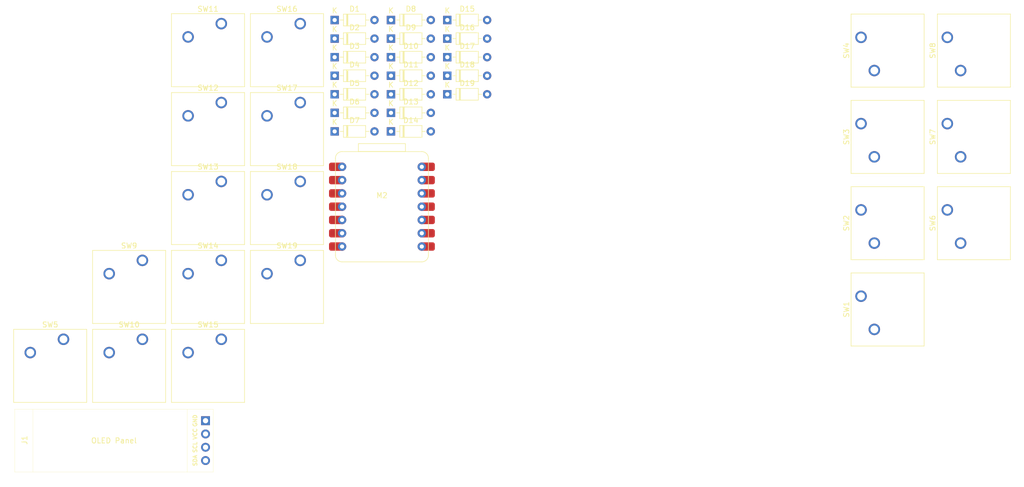
<source format=kicad_pcb>
(kicad_pcb (version 20240108) (generator "pcbnew") (generator_version "8.0")
  (layers (0 "F.Cu" signal) (31 "B.Cu" signal) (34 "B.Paste" user) (35 "F.Paste" user) (36 "B.SilkS" user "B.Silkscreen") (37 "F.SilkS" user "F.Silkscreen") (38 "B.Mask" user) (39 "F.Mask" user) (44 "Edge.Cuts" user))
  (net 0 "")
  (net 1 "row 1")
  (net 2 "Net-(D1-A)")
  (net 3 "Net-(D2-A)")
  (net 4 "Net-(D3-A)")
  (net 5 "Net-(D4-A)")
  (net 6 "Net-(D5-A)")
  (net 7 "row 2")
  (net 8 "Net-(D6-A)")
  (net 9 "Net-(D7-A)")
  (net 10 "Net-(D8-A)")
  (net 11 "Net-(D9-A)")
  (net 12 "row 3")
  (net 13 "Net-(D10-A)")
  (net 14 "Net-(D11-A)")
  (net 15 "Net-(D12-A)")
  (net 16 "Net-(D13-A)")
  (net 17 "row 4")
  (net 18 "Net-(D14-A)")
  (net 19 "Net-(D15-A)")
  (net 20 "Net-(D16-A)")
  (net 21 "row 5")
  (net 22 "Net-(D17-A)")
  (net 23 "Net-(D18-A)")
  (net 24 "Net-(D19-A)")
  (net 25 "SDA")
  (net 26 "GND")
  (net 27 "+3V3")
  (net 28 "SCL")
  (net 31 "col 2")
  (net 32 "col 4")
  (net 33 "col 3")
  (net 34 "col 1")
  (footprint "Diode_THT:D_DO-35_SOD27_P7.62mm_Horizontal" (layer "F.Cu") (at 63.84 7.24)
    (property "Reference" "D2" (at 3.81 -2.12 0) (layer "F.SilkS"))
    (property "Value" "1N4148")
    (fp_line (start 1.04 0) (end 1.69 0) (stroke (width 0.12)) (layer "F.SilkS"))
    (fp_line (start 1.69 -1.12) (end 1.69 1.12) (stroke (width 0.12)) (layer "F.SilkS"))
    (fp_line (start 1.69 1.12) (end 5.93 1.12) (stroke (width 0.12)) (layer "F.SilkS"))
    (fp_line (start 2.29 -1.12) (end 2.29 1.12) (stroke (width 0.12)) (layer "F.SilkS"))
    (fp_line (start 2.41 -1.12) (end 2.41 1.12) (stroke (width 0.12)) (layer "F.SilkS"))
    (fp_line (start 2.53 -1.12) (end 2.53 1.12) (stroke (width 0.12)) (layer "F.SilkS"))
    (fp_line (start 5.93 -1.12) (end 1.69 -1.12) (stroke (width 0.12)) (layer "F.SilkS"))
    (fp_line (start 5.93 1.12) (end 5.93 -1.12) (stroke (width 0.12)) (layer "F.SilkS"))
    (fp_line (start 6.58 0) (end 5.93 0) (stroke (width 0.12)) (layer "F.SilkS"))
    (fp_text user "K" (at 0 -1.8 0) (layer "F.SilkS"))
    (pad "1" thru_hole rect (at 0 0) (size 1.6 1.6) (drill 0.8) (layers "*.Cu" "*.Mask") (net 1 "row 1"))
    (pad "2" thru_hole oval (at 7.62 0) (size 1.6 1.6) (drill 0.8) (layers "*.Cu" "*.Mask") (net 3 "Net-(D2-A)"))
  )
  (footprint ".kicad_sym:XIAO-RP2040" (layer "F.Cu") (at 63.9925 49.931)
    (property "Reference" "M2" (at 8.89 -12.7 0) (layer "F.SilkS"))
    (property "Value" "XIAO-RP2040")
    (fp_line (start 0 -1.27) (end 0 -19.812) (stroke (width 0.12)) (layer "F.SilkS"))
    (fp_line (start 1.27 -21.082) (end 16.51 -21.082) (stroke (width 0.12)) (layer "F.SilkS"))
    (fp_line (start 16.51 0) (end 1.27 0) (stroke (width 0.12)) (layer "F.SilkS"))
    (fp_line (start 17.78 -19.812) (end 17.78 -1.27) (stroke (width 0.12)) (layer "F.SilkS"))
    (fp_rect (start 4.39 -21.082) (end 13.39 -22.606) (stroke (width 0.12)) (fill none) (layer "F.SilkS"))
    (fp_arc (start 0 -19.812) (mid 0.371974 -20.710026) (end 1.27 -21.082) (stroke (width 0.12)) (layer "F.SilkS"))
    (fp_arc (start 1.27 0) (mid 0.371974 -0.371974) (end 0 -1.27) (stroke (width 0.12)) (layer "F.SilkS"))
    (fp_arc (start 16.51 -21.082) (mid 17.408026 -20.710026) (end 17.78 -19.812) (stroke (width 0.12)) (layer "F.SilkS"))
    (fp_arc (start 17.78 -1.27) (mid 17.408026 -0.371974) (end 16.51 0) (stroke (width 0.12)) (layer "F.SilkS"))
    (pad "1" thru_hole circle (at 1.2725 -18.171) (size 1.6 1.6) (drill 0.8) (layers "*.Cu" "*.Mask") (net 28 "SCL"))
    (pad "1" smd roundrect (at 1.2725 -18.171) (size 3 1.6) (drill (offset -1 0)) (layers "F.Cu" "F.Paste" "F.Mask") (net 28 "SCL"))
    (pad "2" thru_hole circle (at 1.2725 -15.631) (size 1.6 1.6) (drill 0.8) (layers "*.Cu" "*.Mask") (net 25 "SDA"))
    (pad "2" smd roundrect (at 1.2725 -15.631) (size 3 1.6) (drill (offset -1 0)) (layers "F.Cu" "F.Paste" "F.Mask") (net 25 "SDA"))
    (pad "3" thru_hole circle (at 1.2725 -13.091) (size 1.6 1.6) (drill 0.8) (layers "*.Cu" "*.Mask") (net 21 "row 5"))
    (pad "3" smd roundrect (at 1.2725 -13.091) (size 3 1.6) (drill (offset -1 0)) (layers "F.Cu" "F.Paste" "F.Mask") (net 21 "row 5"))
    (pad "4" thru_hole circle (at 1.2725 -10.551) (size 1.6 1.6) (drill 0.8) (layers "*.Cu" "*.Mask") (net 17 "row 4"))
    (pad "4" smd roundrect (at 1.2725 -10.551) (size 3 1.6) (drill (offset -1 0)) (layers "F.Cu" "F.Paste" "F.Mask") (net 17 "row 4"))
    (pad "5" thru_hole circle (at 1.2725 -8.011) (size 1.6 1.6) (drill 0.8) (layers "*.Cu" "*.Mask") (net 12 "row 3"))
    (pad "5" smd roundrect (at 1.2725 -8.011) (size 3 1.6) (drill (offset -1 0)) (layers "F.Cu" "F.Paste" "F.Mask") (net 12 "row 3"))
    (pad "6" thru_hole circle (at 1.2725 -5.471) (size 1.6 1.6) (drill 0.8) (layers "*.Cu" "*.Mask") (net 7 "row 2"))
    (pad "6" smd roundrect (at 1.2725 -5.471) (size 3 1.6) (drill (offset -1 0)) (layers "F.Cu" "F.Paste" "F.Mask") (net 7 "row 2"))
    (pad "7" thru_hole circle (at 1.2725 -2.931) (size 1.6 1.6) (drill 0.8) (layers "*.Cu" "*.Mask") (net 1 "row 1"))
    (pad "7" smd roundrect (at 1.2725 -2.931) (size 3 1.6) (drill (offset -1 0)) (layers "F.Cu" "F.Paste" "F.Mask") (net 1 "row 1"))
    (pad "8" thru_hole circle (at 16.5075 -2.931) (size 1.6 1.6) (drill 0.8) (layers "*.Cu" "*.Mask") (net 34 "col 1"))
    (pad "8" smd roundrect (at 16.5075 -2.931) (size 3 1.6) (drill (offset 1 0)) (layers "F.Cu" "F.Paste" "F.Mask") (net 34 "col 1"))
    (pad "9" thru_hole circle (at 16.5075 -5.471) (size 1.6 1.6) (drill 0.8) (layers "*.Cu" "*.Mask") (net 31 "col 2"))
    (pad "9" smd roundrect (at 16.5075 -5.471) (size 3 1.6) (drill (offset 1 0)) (layers "F.Cu" "F.Paste" "F.Mask") (net 31 "col 2"))
    (pad "10" thru_hole circle (at 16.5075 -8.011) (size 1.6 1.6) (drill 0.8) (layers "*.Cu" "*.Mask") (net 33 "col 3"))
    (pad "10" smd roundrect (at 16.5075 -8.011) (size 3 1.6) (drill (offset 1 0)) (layers "F.Cu" "F.Paste" "F.Mask") (net 33 "col 3"))
    (pad "11" thru_hole circle (at 16.5075 -10.551) (size 1.6 1.6) (drill 0.8) (layers "*.Cu" "*.Mask") (net 32 "col 4"))
    (pad "11" smd roundrect (at 16.5075 -10.551) (size 3 1.6) (drill (offset 1 0)) (layers "F.Cu" "F.Paste" "F.Mask") (net 32 "col 4"))
    (pad "12" thru_hole circle (at 16.5075 -13.091) (size 1.6 1.6) (drill 0.8) (layers "*.Cu" "*.Mask") (net 27 "+3V3"))
    (pad "12" smd roundrect (at 16.5075 -13.091) (size 3 1.6) (drill (offset 1 0)) (layers "F.Cu" "F.Paste" "F.Mask") (net 27 "+3V3"))
    (pad "13" thru_hole circle (at 16.5075 -15.631) (size 1.6 1.6) (drill 0.8) (layers "*.Cu" "*.Mask") (net 26 "GND"))
    (pad "13" smd roundrect (at 16.5075 -15.631) (size 3 1.6) (drill (offset 1 0)) (layers "F.Cu" "F.Paste" "F.Mask") (net 26 "GND"))
    (pad "14" thru_hole circle (at 16.5075 -18.171) (size 1.6 1.6) (drill 0.8) (layers "*.Cu" "*.Mask"))
    (pad "14" smd roundrect (at 16.5075 -18.171) (size 3 1.6) (drill (offset 1 0)) (layers "F.Cu" "F.Paste" "F.Mask"))
  )
  (footprint "Diode_THT:D_DO-35_SOD27_P7.62mm_Horizontal" (layer "F.Cu") (at 85.38 3.69)
    (property "Reference" "D15" (at 3.81 -2.12 0) (layer "F.SilkS"))
    (property "Value" "1N4148")
    (fp_line (start 1.04 0) (end 1.69 0) (stroke (width 0.12)) (layer "F.SilkS"))
    (fp_line (start 1.69 -1.12) (end 1.69 1.12) (stroke (width 0.12)) (layer "F.SilkS"))
    (fp_line (start 1.69 1.12) (end 5.93 1.12) (stroke (width 0.12)) (layer "F.SilkS"))
    (fp_line (start 2.29 -1.12) (end 2.29 1.12) (stroke (width 0.12)) (layer "F.SilkS"))
    (fp_line (start 2.41 -1.12) (end 2.41 1.12) (stroke (width 0.12)) (layer "F.SilkS"))
    (fp_line (start 2.53 -1.12) (end 2.53 1.12) (stroke (width 0.12)) (layer "F.SilkS"))
    (fp_line (start 5.93 -1.12) (end 1.69 -1.12) (stroke (width 0.12)) (layer "F.SilkS"))
    (fp_line (start 5.93 1.12) (end 5.93 -1.12) (stroke (width 0.12)) (layer "F.SilkS"))
    (fp_line (start 6.58 0) (end 5.93 0) (stroke (width 0.12)) (layer "F.SilkS"))
    (fp_text user "K" (at 0 -1.8 0) (layer "F.SilkS"))
    (pad "1" thru_hole rect (at 0 0) (size 1.6 1.6) (drill 0.8) (layers "*.Cu" "*.Mask") (net 17 "row 4"))
    (pad "2" thru_hole oval (at 7.62 0) (size 1.6 1.6) (drill 0.8) (layers "*.Cu" "*.Mask") (net 19 "Net-(D15-A)"))
  )
  (footprint "Diode_THT:D_DO-35_SOD27_P7.62mm_Horizontal" (layer "F.Cu") (at 63.84 24.99)
    (property "Reference" "D7" (at 3.81 -2.12 0) (layer "F.SilkS"))
    (property "Value" "1N4148")
    (fp_line (start 1.04 0) (end 1.69 0) (stroke (width 0.12)) (layer "F.SilkS"))
    (fp_line (start 1.69 -1.12) (end 1.69 1.12) (stroke (width 0.12)) (layer "F.SilkS"))
    (fp_line (start 1.69 1.12) (end 5.93 1.12) (stroke (width 0.12)) (layer "F.SilkS"))
    (fp_line (start 2.29 -1.12) (end 2.29 1.12) (stroke (width 0.12)) (layer "F.SilkS"))
    (fp_line (start 2.41 -1.12) (end 2.41 1.12) (stroke (width 0.12)) (layer "F.SilkS"))
    (fp_line (start 2.53 -1.12) (end 2.53 1.12) (stroke (width 0.12)) (layer "F.SilkS"))
    (fp_line (start 5.93 -1.12) (end 1.69 -1.12) (stroke (width 0.12)) (layer "F.SilkS"))
    (fp_line (start 5.93 1.12) (end 5.93 -1.12) (stroke (width 0.12)) (layer "F.SilkS"))
    (fp_line (start 6.58 0) (end 5.93 0) (stroke (width 0.12)) (layer "F.SilkS"))
    (fp_text user "K" (at 0 -1.8 0) (layer "F.SilkS"))
    (pad "1" thru_hole rect (at 0 0) (size 1.6 1.6) (drill 0.8) (layers "*.Cu" "*.Mask") (net 7 "row 2"))
    (pad "2" thru_hole oval (at 7.62 0) (size 1.6 1.6) (drill 0.8) (layers "*.Cu" "*.Mask") (net 9 "Net-(D7-A)"))
  )
  (footprint "Button_Switch_Keyboard:SW_Cherry_MX_1.00u_PCB" (layer "F.Cu") (at 42.17 34.56)
    (property "Reference" "SW13" (at -2.54 -2.794 0) (layer "F.SilkS"))
    (property "Value" "SW_Push")
    (fp_line (start -9.525 -1.905) (end 4.445 -1.905) (stroke (width 0.12)) (layer "F.SilkS"))
    (fp_line (start -9.525 12.065) (end -9.525 -1.905) (stroke (width 0.12)) (layer "F.SilkS"))
    (fp_line (start 4.445 -1.905) (end 4.445 12.065) (stroke (width 0.12)) (layer "F.SilkS"))
    (fp_line (start 4.445 12.065) (end -9.525 12.065) (stroke (width 0.12)) (layer "F.SilkS"))
    (pad "" np_thru_hole circle (at -7.62 5.08) (size 1.7 1.7) (drill 1.7) (layers "*.Cu" "*.Mask"))
    (pad "" np_thru_hole circle (at -2.54 5.08) (size 4 4) (drill 4) (layers "*.Cu" "*.Mask"))
    (pad "" np_thru_hole circle (at 2.54 5.08) (size 1.7 1.7) (drill 1.7) (layers "*.Cu" "*.Mask"))
    (pad "1" thru_hole circle (at 0 0) (size 2.2 2.2) (drill 1.5) (layers "*.Cu" "*.Mask") (net 34 "col 1"))
    (pad "2" thru_hole circle (at -6.35 2.54) (size 2.2 2.2) (drill 1.5) (layers "*.Cu" "*.Mask") (net 16 "Net-(D13-A)"))
  )
  (footprint "Diode_THT:D_DO-35_SOD27_P7.62mm_Horizontal" (layer "F.Cu") (at 74.61 24.99)
    (property "Reference" "D14" (at 3.81 -2.12 0) (layer "F.SilkS"))
    (property "Value" "1N4148")
    (fp_line (start 1.04 0) (end 1.69 0) (stroke (width 0.12)) (layer "F.SilkS"))
    (fp_line (start 1.69 -1.12) (end 1.69 1.12) (stroke (width 0.12)) (layer "F.SilkS"))
    (fp_line (start 1.69 1.12) (end 5.93 1.12) (stroke (width 0.12)) (layer "F.SilkS"))
    (fp_line (start 2.29 -1.12) (end 2.29 1.12) (stroke (width 0.12)) (layer "F.SilkS"))
    (fp_line (start 2.41 -1.12) (end 2.41 1.12) (stroke (width 0.12)) (layer "F.SilkS"))
    (fp_line (start 2.53 -1.12) (end 2.53 1.12) (stroke (width 0.12)) (layer "F.SilkS"))
    (fp_line (start 5.93 -1.12) (end 1.69 -1.12) (stroke (width 0.12)) (layer "F.SilkS"))
    (fp_line (start 5.93 1.12) (end 5.93 -1.12) (stroke (width 0.12)) (layer "F.SilkS"))
    (fp_line (start 6.58 0) (end 5.93 0) (stroke (width 0.12)) (layer "F.SilkS"))
    (fp_text user "K" (at 0 -1.8 0) (layer "F.SilkS"))
    (pad "1" thru_hole rect (at 0 0) (size 1.6 1.6) (drill 0.8) (layers "*.Cu" "*.Mask") (net 17 "row 4"))
    (pad "2" thru_hole oval (at 7.62 0) (size 1.6 1.6) (drill 0.8) (layers "*.Cu" "*.Mask") (net 18 "Net-(D14-A)"))
  )
  (footprint "Button_Switch_Keyboard:SW_Cherry_MX_1.00u_PCB" (layer "F.Cu") (at 164.5 40 90)
    (property "Reference" "SW2" (at -2.54 -2.794 90) (layer "F.SilkS"))
    (property "Value" "SW_Push")
    (fp_line (start 4.445 -1.905) (end 4.445 12.065) (stroke (width 0.12)) (layer "F.SilkS"))
    (fp_line (start -9.525 -1.905) (end 4.445 -1.905) (stroke (width 0.12)) (layer "F.SilkS"))
    (fp_line (start 4.445 12.065) (end -9.525 12.065) (stroke (width 0.12)) (layer "F.SilkS"))
    (fp_line (start -9.525 12.065) (end -9.525 -1.905) (stroke (width 0.12)) (layer "F.SilkS"))
    (pad "" np_thru_hole circle (at -7.62 5.08 90) (size 1.7 1.7) (drill 1.7) (layers "*.Cu" "*.Mask"))
    (pad "" np_thru_hole circle (at -2.54 5.08 90) (size 4 4) (drill 4) (layers "*.Cu" "*.Mask"))
    (pad "" np_thru_hole circle (at 2.54 5.08 90) (size 1.7 1.7) (drill 1.7) (layers "*.Cu" "*.Mask"))
    (pad "1" thru_hole circle (at 0 0 90) (size 2.2 2.2) (drill 1.5) (layers "*.Cu" "*.Mask") (net 31 "col 2"))
    (pad "2" thru_hole circle (at -6.35 2.54 90) (size 2.2 2.2) (drill 1.5) (layers "*.Cu" "*.Mask") (net 3 "Net-(D2-A)"))
  )
  (footprint "Diode_THT:D_DO-35_SOD27_P7.62mm_Horizontal" (layer "F.Cu") (at 74.61 14.34)
    (property "Reference" "D11" (at 3.81 -2.12 0) (layer "F.SilkS"))
    (property "Value" "1N4148")
    (fp_line (start 1.04 0) (end 1.69 0) (stroke (width 0.12)) (layer "F.SilkS"))
    (fp_line (start 1.69 -1.12) (end 1.69 1.12) (stroke (width 0.12)) (layer "F.SilkS"))
    (fp_line (start 1.69 1.12) (end 5.93 1.12) (stroke (width 0.12)) (layer "F.SilkS"))
    (fp_line (start 2.29 -1.12) (end 2.29 1.12) (stroke (width 0.12)) (layer "F.SilkS"))
    (fp_line (start 2.41 -1.12) (end 2.41 1.12) (stroke (width 0.12)) (layer "F.SilkS"))
    (fp_line (start 2.53 -1.12) (end 2.53 1.12) (stroke (width 0.12)) (layer "F.SilkS"))
    (fp_line (start 5.93 -1.12) (end 1.69 -1.12) (stroke (width 0.12)) (layer "F.SilkS"))
    (fp_line (start 5.93 1.12) (end 5.93 -1.12) (stroke (width 0.12)) (layer "F.SilkS"))
    (fp_line (start 6.58 0) (end 5.93 0) (stroke (width 0.12)) (layer "F.SilkS"))
    (fp_text user "K" (at 0 -1.8 0) (layer "F.SilkS"))
    (pad "1" thru_hole rect (at 0 0) (size 1.6 1.6) (drill 0.8) (layers "*.Cu" "*.Mask") (net 12 "row 3"))
    (pad "2" thru_hole oval (at 7.62 0) (size 1.6 1.6) (drill 0.8) (layers "*.Cu" "*.Mask") (net 14 "Net-(D11-A)"))
  )
  (footprint "Button_Switch_Keyboard:SW_Cherry_MX_1.00u_PCB" (layer "F.Cu") (at 42.17 49.65)
    (property "Reference" "SW14" (at -2.54 -2.794 0) (layer "F.SilkS"))
    (property "Value" "SW_Push")
    (fp_line (start -9.525 -1.905) (end 4.445 -1.905) (stroke (width 0.12)) (layer "F.SilkS"))
    (fp_line (start -9.525 12.065) (end -9.525 -1.905) (stroke (width 0.12)) (layer "F.SilkS"))
    (fp_line (start 4.445 -1.905) (end 4.445 12.065) (stroke (width 0.12)) (layer "F.SilkS"))
    (fp_line (start 4.445 12.065) (end -9.525 12.065) (stroke (width 0.12)) (layer "F.SilkS"))
    (pad "" np_thru_hole circle (at -7.62 5.08) (size 1.7 1.7) (drill 1.7) (layers "*.Cu" "*.Mask"))
    (pad "" np_thru_hole circle (at -2.54 5.08) (size 4 4) (drill 4) (layers "*.Cu" "*.Mask"))
    (pad "" np_thru_hole circle (at 2.54 5.08) (size 1.7 1.7) (drill 1.7) (layers "*.Cu" "*.Mask"))
    (pad "1" thru_hole circle (at 0 0) (size 2.2 2.2) (drill 1.5) (layers "*.Cu" "*.Mask") (net 31 "col 2"))
    (pad "2" thru_hole circle (at -6.35 2.54) (size 2.2 2.2) (drill 1.5) (layers "*.Cu" "*.Mask") (net 18 "Net-(D14-A)"))
  )
  (footprint "Diode_THT:D_DO-35_SOD27_P7.62mm_Horizontal" (layer "F.Cu") (at 74.61 21.44)
    (property "Reference" "D13" (at 3.81 -2.12 0) (layer "F.SilkS"))
    (property "Value" "1N4148")
    (fp_line (start 1.04 0) (end 1.69 0) (stroke (width 0.12)) (layer "F.SilkS"))
    (fp_line (start 1.69 -1.12) (end 1.69 1.12) (stroke (width 0.12)) (layer "F.SilkS"))
    (fp_line (start 1.69 1.12) (end 5.93 1.12) (stroke (width 0.12)) (layer "F.SilkS"))
    (fp_line (start 2.29 -1.12) (end 2.29 1.12) (stroke (width 0.12)) (layer "F.SilkS"))
    (fp_line (start 2.41 -1.12) (end 2.41 1.12) (stroke (width 0.12)) (layer "F.SilkS"))
    (fp_line (start 2.53 -1.12) (end 2.53 1.12) (stroke (width 0.12)) (layer "F.SilkS"))
    (fp_line (start 5.93 -1.12) (end 1.69 -1.12) (stroke (width 0.12)) (layer "F.SilkS"))
    (fp_line (start 5.93 1.12) (end 5.93 -1.12) (stroke (width 0.12)) (layer "F.SilkS"))
    (fp_line (start 6.58 0) (end 5.93 0) (stroke (width 0.12)) (layer "F.SilkS"))
    (fp_text user "K" (at 0 -1.8 0) (layer "F.SilkS"))
    (pad "1" thru_hole rect (at 0 0) (size 1.6 1.6) (drill 0.8) (layers "*.Cu" "*.Mask") (net 17 "row 4"))
    (pad "2" thru_hole oval (at 7.62 0) (size 1.6 1.6) (drill 0.8) (layers "*.Cu" "*.Mask") (net 16 "Net-(D13-A)"))
  )
  (footprint "Button_Switch_Keyboard:SW_Cherry_MX_1.00u_PCB" (layer "F.Cu") (at 181 40 90)
    (property "Reference" "SW6" (at -2.54 -2.794 90) (layer "F.SilkS"))
    (property "Value" "SW_Push")
    (fp_line (start 4.445 -1.905) (end 4.445 12.065) (stroke (width 0.12)) (layer "F.SilkS"))
    (fp_line (start -9.525 -1.905) (end 4.445 -1.905) (stroke (width 0.12)) (layer "F.SilkS"))
    (fp_line (start 4.445 12.065) (end -9.525 12.065) (stroke (width 0.12)) (layer "F.SilkS"))
    (fp_line (start -9.525 12.065) (end -9.525 -1.905) (stroke (width 0.12)) (layer "F.SilkS"))
    (pad "" np_thru_hole circle (at -7.62 5.08 90) (size 1.7 1.7) (drill 1.7) (layers "*.Cu" "*.Mask"))
    (pad "" np_thru_hole circle (at -2.54 5.08 90) (size 4 4) (drill 4) (layers "*.Cu" "*.Mask"))
    (pad "" np_thru_hole circle (at 2.54 5.08 90) (size 1.7 1.7) (drill 1.7) (layers "*.Cu" "*.Mask"))
    (pad "1" thru_hole circle (at 0 0 90) (size 2.2 2.2) (drill 1.5) (layers "*.Cu" "*.Mask") (net 31 "col 2"))
    (pad "2" thru_hole circle (at -6.35 2.54 90) (size 2.2 2.2) (drill 1.5) (layers "*.Cu" "*.Mask") (net 8 "Net-(D6-A)"))
  )
  (footprint "Diode_THT:D_DO-35_SOD27_P7.62mm_Horizontal" (layer "F.Cu") (at 85.38 7.24)
    (property "Reference" "D16" (at 3.81 -2.12 0) (layer "F.SilkS"))
    (property "Value" "1N4148")
    (fp_line (start 1.04 0) (end 1.69 0) (stroke (width 0.12)) (layer "F.SilkS"))
    (fp_line (start 1.69 -1.12) (end 1.69 1.12) (stroke (width 0.12)) (layer "F.SilkS"))
    (fp_line (start 1.69 1.12) (end 5.93 1.12) (stroke (width 0.12)) (layer "F.SilkS"))
    (fp_line (start 2.29 -1.12) (end 2.29 1.12) (stroke (width 0.12)) (layer "F.SilkS"))
    (fp_line (start 2.41 -1.12) (end 2.41 1.12) (stroke (width 0.12)) (layer "F.SilkS"))
    (fp_line (start 2.53 -1.12) (end 2.53 1.12) (stroke (width 0.12)) (layer "F.SilkS"))
    (fp_line (start 5.93 -1.12) (end 1.69 -1.12) (stroke (width 0.12)) (layer "F.SilkS"))
    (fp_line (start 5.93 1.12) (end 5.93 -1.12) (stroke (width 0.12)) (layer "F.SilkS"))
    (fp_line (start 6.58 0) (end 5.93 0) (stroke (width 0.12)) (layer "F.SilkS"))
    (fp_text user "K" (at 0 -1.8 0) (layer "F.SilkS"))
    (pad "1" thru_hole rect (at 0 0) (size 1.6 1.6) (drill 0.8) (layers "*.Cu" "*.Mask") (net 17 "row 4"))
    (pad "2" thru_hole oval (at 7.62 0) (size 1.6 1.6) (drill 0.8) (layers "*.Cu" "*.Mask") (net 20 "Net-(D16-A)"))
  )
  (footprint "Diode_THT:D_DO-35_SOD27_P7.62mm_Horizontal" (layer "F.Cu") (at 85.38 14.34)
    (property "Reference" "D18" (at 3.81 -2.12 0) (layer "F.SilkS"))
    (property "Value" "1N4148")
    (fp_line (start 1.04 0) (end 1.69 0) (stroke (width 0.12)) (layer "F.SilkS"))
    (fp_line (start 1.69 -1.12) (end 1.69 1.12) (stroke (width 0.12)) (layer "F.SilkS"))
    (fp_line (start 1.69 1.12) (end 5.93 1.12) (stroke (width 0.12)) (layer "F.SilkS"))
    (fp_line (start 2.29 -1.12) (end 2.29 1.12) (stroke (width 0.12)) (layer "F.SilkS"))
    (fp_line (start 2.41 -1.12) (end 2.41 1.12) (stroke (width 0.12)) (layer "F.SilkS"))
    (fp_line (start 2.53 -1.12) (end 2.53 1.12) (stroke (width 0.12)) (layer "F.SilkS"))
    (fp_line (start 5.93 -1.12) (end 1.69 -1.12) (stroke (width 0.12)) (layer "F.SilkS"))
    (fp_line (start 5.93 1.12) (end 5.93 -1.12) (stroke (width 0.12)) (layer "F.SilkS"))
    (fp_line (start 6.58 0) (end 5.93 0) (stroke (width 0.12)) (layer "F.SilkS"))
    (fp_text user "K" (at 0 -1.8 0) (layer "F.SilkS"))
    (pad "1" thru_hole rect (at 0 0) (size 1.6 1.6) (drill 0.8) (layers "*.Cu" "*.Mask") (net 21 "row 5"))
    (pad "2" thru_hole oval (at 7.62 0) (size 1.6 1.6) (drill 0.8) (layers "*.Cu" "*.Mask") (net 23 "Net-(D18-A)"))
  )
  (footprint "Button_Switch_Keyboard:SW_Cherry_MX_1.00u_PCB" (layer "F.Cu") (at 42.17 19.47)
    (property "Reference" "SW12" (at -2.54 -2.794 0) (layer "F.SilkS"))
    (property "Value" "SW_Push")
    (fp_line (start -9.525 -1.905) (end 4.445 -1.905) (stroke (width 0.12)) (layer "F.SilkS"))
    (fp_line (start -9.525 12.065) (end -9.525 -1.905) (stroke (width 0.12)) (layer "F.SilkS"))
    (fp_line (start 4.445 -1.905) (end 4.445 12.065) (stroke (width 0.12)) (layer "F.SilkS"))
    (fp_line (start 4.445 12.065) (end -9.525 12.065) (stroke (width 0.12)) (layer "F.SilkS"))
    (pad "" np_thru_hole circle (at -7.62 5.08) (size 1.7 1.7) (drill 1.7) (layers "*.Cu" "*.Mask"))
    (pad "" np_thru_hole circle (at -2.54 5.08) (size 4 4) (drill 4) (layers "*.Cu" "*.Mask"))
    (pad "" np_thru_hole circle (at 2.54 5.08) (size 1.7 1.7) (drill 1.7) (layers "*.Cu" "*.Mask"))
    (pad "1" thru_hole circle (at 0 0) (size 2.2 2.2) (drill 1.5) (layers "*.Cu" "*.Mask") (net 32 "col 4"))
    (pad "2" thru_hole circle (at -6.35 2.54) (size 2.2 2.2) (drill 1.5) (layers "*.Cu" "*.Mask") (net 15 "Net-(D12-A)"))
  )
  (footprint "Diode_THT:D_DO-35_SOD27_P7.62mm_Horizontal" (layer "F.Cu") (at 74.61 10.79)
    (property "Reference" "D10" (at 3.81 -2.12 0) (layer "F.SilkS"))
    (property "Value" "1N4148")
    (fp_line (start 1.04 0) (end 1.69 0) (stroke (width 0.12)) (layer "F.SilkS"))
    (fp_line (start 1.69 -1.12) (end 1.69 1.12) (stroke (width 0.12)) (layer "F.SilkS"))
    (fp_line (start 1.69 1.12) (end 5.93 1.12) (stroke (width 0.12)) (layer "F.SilkS"))
    (fp_line (start 2.29 -1.12) (end 2.29 1.12) (stroke (width 0.12)) (layer "F.SilkS"))
    (fp_line (start 2.41 -1.12) (end 2.41 1.12) (stroke (width 0.12)) (layer "F.SilkS"))
    (fp_line (start 2.53 -1.12) (end 2.53 1.12) (stroke (width 0.12)) (layer "F.SilkS"))
    (fp_line (start 5.93 -1.12) (end 1.69 -1.12) (stroke (width 0.12)) (layer "F.SilkS"))
    (fp_line (start 5.93 1.12) (end 5.93 -1.12) (stroke (width 0.12)) (layer "F.SilkS"))
    (fp_line (start 6.58 0) (end 5.93 0) (stroke (width 0.12)) (layer "F.SilkS"))
    (fp_text user "K" (at 0 -1.8 0) (layer "F.SilkS"))
    (pad "1" thru_hole rect (at 0 0) (size 1.6 1.6) (drill 0.8) (layers "*.Cu" "*.Mask") (net 12 "row 3"))
    (pad "2" thru_hole oval (at 7.62 0) (size 1.6 1.6) (drill 0.8) (layers "*.Cu" "*.Mask") (net 13 "Net-(D10-A)"))
  )
  (footprint "Diode_THT:D_DO-35_SOD27_P7.62mm_Horizontal" (layer "F.Cu") (at 85.38 10.79)
    (property "Reference" "D17" (at 3.81 -2.12 0) (layer "F.SilkS"))
    (property "Value" "1N4148")
    (fp_line (start 1.04 0) (end 1.69 0) (stroke (width 0.12)) (layer "F.SilkS"))
    (fp_line (start 1.69 -1.12) (end 1.69 1.12) (stroke (width 0.12)) (layer "F.SilkS"))
    (fp_line (start 1.69 1.12) (end 5.93 1.12) (stroke (width 0.12)) (layer "F.SilkS"))
    (fp_line (start 2.29 -1.12) (end 2.29 1.12) (stroke (width 0.12)) (layer "F.SilkS"))
    (fp_line (start 2.41 -1.12) (end 2.41 1.12) (stroke (width 0.12)) (layer "F.SilkS"))
    (fp_line (start 2.53 -1.12) (end 2.53 1.12) (stroke (width 0.12)) (layer "F.SilkS"))
    (fp_line (start 5.93 -1.12) (end 1.69 -1.12) (stroke (width 0.12)) (layer "F.SilkS"))
    (fp_line (start 5.93 1.12) (end 5.93 -1.12) (stroke (width 0.12)) (layer "F.SilkS"))
    (fp_line (start 6.58 0) (end 5.93 0) (stroke (width 0.12)) (layer "F.SilkS"))
    (fp_text user "K" (at 0 -1.8 0) (layer "F.SilkS"))
    (pad "1" thru_hole rect (at 0 0) (size 1.6 1.6) (drill 0.8) (layers "*.Cu" "*.Mask") (net 21 "row 5"))
    (pad "2" thru_hole oval (at 7.62 0) (size 1.6 1.6) (drill 0.8) (layers "*.Cu" "*.Mask") (net 22 "Net-(D17-A)"))
  )
  (footprint "Diode_THT:D_DO-35_SOD27_P7.62mm_Horizontal" (layer "F.Cu") (at 74.61 7.24)
    (property "Reference" "D9" (at 3.81 -2.12 0) (layer "F.SilkS"))
    (property "Value" "1N4148")
    (fp_line (start 1.04 0) (end 1.69 0) (stroke (width 0.12)) (layer "F.SilkS"))
    (fp_line (start 1.69 -1.12) (end 1.69 1.12) (stroke (width 0.12)) (layer "F.SilkS"))
    (fp_line (start 1.69 1.12) (end 5.93 1.12) (stroke (width 0.12)) (layer "F.SilkS"))
    (fp_line (start 2.29 -1.12) (end 2.29 1.12) (stroke (width 0.12)) (layer "F.SilkS"))
    (fp_line (start 2.41 -1.12) (end 2.41 1.12) (stroke (width 0.12)) (layer "F.SilkS"))
    (fp_line (start 2.53 -1.12) (end 2.53 1.12) (stroke (width 0.12)) (layer "F.SilkS"))
    (fp_line (start 5.93 -1.12) (end 1.69 -1.12) (stroke (width 0.12)) (layer "F.SilkS"))
    (fp_line (start 5.93 1.12) (end 5.93 -1.12) (stroke (width 0.12)) (layer "F.SilkS"))
    (fp_line (start 6.58 0) (end 5.93 0) (stroke (width 0.12)) (layer "F.SilkS"))
    (fp_text user "K" (at 0 -1.8 0) (layer "F.SilkS"))
    (pad "1" thru_hole rect (at 0 0) (size 1.6 1.6) (drill 0.8) (layers "*.Cu" "*.Mask") (net 12 "row 3"))
    (pad "2" thru_hole oval (at 7.62 0) (size 1.6 1.6) (drill 0.8) (layers "*.Cu" "*.Mask") (net 11 "Net-(D9-A)"))
  )
  (footprint "Diode_THT:D_DO-35_SOD27_P7.62mm_Horizontal" (layer "F.Cu") (at 63.84 3.69)
    (property "Reference" "D1" (at 3.81 -2.12 0) (layer "F.SilkS"))
    (property "Value" "1N4148")
    (fp_line (start 1.04 0) (end 1.69 0) (stroke (width 0.12)) (layer "F.SilkS"))
    (fp_line (start 1.69 -1.12) (end 1.69 1.12) (stroke (width 0.12)) (layer "F.SilkS"))
    (fp_line (start 1.69 1.12) (end 5.93 1.12) (stroke (width 0.12)) (layer "F.SilkS"))
    (fp_line (start 2.29 -1.12) (end 2.29 1.12) (stroke (width 0.12)) (layer "F.SilkS"))
    (fp_line (start 2.41 -1.12) (end 2.41 1.12) (stroke (width 0.12)) (layer "F.SilkS"))
    (fp_line (start 2.53 -1.12) (end 2.53 1.12) (stroke (width 0.12)) (layer "F.SilkS"))
    (fp_line (start 5.93 -1.12) (end 1.69 -1.12) (stroke (width 0.12)) (layer "F.SilkS"))
    (fp_line (start 5.93 1.12) (end 5.93 -1.12) (stroke (width 0.12)) (layer "F.SilkS"))
    (fp_line (start 6.58 0) (end 5.93 0) (stroke (width 0.12)) (layer "F.SilkS"))
    (fp_text user "K" (at 0 -1.8 0) (layer "F.SilkS"))
    (pad "1" thru_hole rect (at 0 0) (size 1.6 1.6) (drill 0.8) (layers "*.Cu" "*.Mask") (net 1 "row 1"))
    (pad "2" thru_hole oval (at 7.62 0) (size 1.6 1.6) (drill 0.8) (layers "*.Cu" "*.Mask") (net 2 "Net-(D1-A)"))
  )
  (footprint ".kicad_sym:SSD1306-0.91-OLED-4pin-128x32" (layer "F.Cu") (at 2.655 78.115)
    (property "Reference" "J1" (at 1.9 5.91 90) (layer "F.SilkS"))
    (property "Value" "OLED_128x32")
    (fp_line (start 0 0) (end 0 12) (stroke (width 0.04)) (layer "F.SilkS"))
    (fp_line (start 0 12) (end 38 12) (stroke (width 0.04)) (layer "F.SilkS"))
    (fp_line (start 3.5 0) (end 3.5 12) (stroke (width 0.04)) (layer "F.SilkS"))
    (fp_line (start 33 0) (end 33 12) (stroke (width 0.04)) (layer "F.SilkS"))
    (fp_line (start 38 0) (end 0 0) (stroke (width 0.04)) (layer "F.SilkS"))
    (fp_line (start 38 12) (end 38 0) (stroke (width 0.04)) (layer "F.SilkS"))
    (fp_text user "SDA" (at 34.5 9.81 -90) (layer "F.SilkS") (effects (font (size 0.75 0.75))))
    (fp_text user "OLED Panel" (at 19 6 0) (layer "F.SilkS"))
    (fp_text user "VCC" (at 34.5 4.73 -90) (layer "F.SilkS") (effects (font (size 0.75 0.75))))
    (fp_text user "GND" (at 34.5 2.19 -90) (layer "F.SilkS") (effects (font (size 0.75 0.75))))
    (fp_text user "SCL" (at 34.5 7.27 -90) (layer "F.SilkS") (effects (font (size 0.75 0.75))))
    (pad "1" thru_hole rect (at 36.5 2.19) (size 1.7 1.7) (drill 1) (layers "*.Cu" "*.Mask") (net 26 "GND"))
    (pad "2" thru_hole oval (at 36.5 4.73) (size 1.7 1.7) (drill 1) (layers "*.Cu" "*.Mask") (net 27 "+3V3"))
    (pad "3" thru_hole oval (at 36.5 7.27) (size 1.7 1.7) (drill 1) (layers "*.Cu" "*.Mask") (net 28 "SCL"))
    (pad "4" thru_hole oval (at 36.5 9.81) (size 1.7 1.7) (drill 1) (layers "*.Cu" "*.Mask") (net 25 "SDA"))
  )
  (footprint "Diode_THT:D_DO-35_SOD27_P7.62mm_Horizontal" (layer "F.Cu") (at 63.84 10.79)
    (property "Reference" "D3" (at 3.81 -2.12 0) (layer "F.SilkS"))
    (property "Value" "1N4148")
    (fp_line (start 1.04 0) (end 1.69 0) (stroke (width 0.12)) (layer "F.SilkS"))
    (fp_line (start 1.69 -1.12) (end 1.69 1.12) (stroke (width 0.12)) (layer "F.SilkS"))
    (fp_line (start 1.69 1.12) (end 5.93 1.12) (stroke (width 0.12)) (layer "F.SilkS"))
    (fp_line (start 2.29 -1.12) (end 2.29 1.12) (stroke (width 0.12)) (layer "F.SilkS"))
    (fp_line (start 2.41 -1.12) (end 2.41 1.12) (stroke (width 0.12)) (layer "F.SilkS"))
    (fp_line (start 2.53 -1.12) (end 2.53 1.12) (stroke (width 0.12)) (layer "F.SilkS"))
    (fp_line (start 5.93 -1.12) (end 1.69 -1.12) (stroke (width 0.12)) (layer "F.SilkS"))
    (fp_line (start 5.93 1.12) (end 5.93 -1.12) (stroke (width 0.12)) (layer "F.SilkS"))
    (fp_line (start 6.58 0) (end 5.93 0) (stroke (width 0.12)) (layer "F.SilkS"))
    (fp_text user "K" (at 0 -1.8 0) (layer "F.SilkS"))
    (pad "1" thru_hole rect (at 0 0) (size 1.6 1.6) (drill 0.8) (layers "*.Cu" "*.Mask") (net 1 "row 1"))
    (pad "2" thru_hole oval (at 7.62 0) (size 1.6 1.6) (drill 0.8) (layers "*.Cu" "*.Mask") (net 4 "Net-(D3-A)"))
  )
  (footprint "Diode_THT:D_DO-35_SOD27_P7.62mm_Horizontal" (layer "F.Cu") (at 63.84 14.34)
    (property "Reference" "D4" (at 3.81 -2.12 0) (layer "F.SilkS"))
    (property "Value" "1N4148")
    (fp_line (start 1.04 0) (end 1.69 0) (stroke (width 0.12)) (layer "F.SilkS"))
    (fp_line (start 1.69 -1.12) (end 1.69 1.12) (stroke (width 0.12)) (layer "F.SilkS"))
    (fp_line (start 1.69 1.12) (end 5.93 1.12) (stroke (width 0.12)) (layer "F.SilkS"))
    (fp_line (start 2.29 -1.12) (end 2.29 1.12) (stroke (width 0.12)) (layer "F.SilkS"))
    (fp_line (start 2.41 -1.12) (end 2.41 1.12) (stroke (width 0.12)) (layer "F.SilkS"))
    (fp_line (start 2.53 -1.12) (end 2.53 1.12) (stroke (width 0.12)) (layer "F.SilkS"))
    (fp_line (start 5.93 -1.12) (end 1.69 -1.12) (stroke (width 0.12)) (layer "F.SilkS"))
    (fp_line (start 5.93 1.12) (end 5.93 -1.12) (stroke (width 0.12)) (layer "F.SilkS"))
    (fp_line (start 6.58 0) (end 5.93 0) (stroke (width 0.12)) (layer "F.SilkS"))
    (fp_text user "K" (at 0 -1.8 0) (layer "F.SilkS"))
    (pad "1" thru_hole rect (at 0 0) (size 1.6 1.6) (drill 0.8) (layers "*.Cu" "*.Mask") (net 1 "row 1"))
    (pad "2" thru_hole oval (at 7.62 0) (size 1.6 1.6) (drill 0.8) (layers "*.Cu" "*.Mask") (net 5 "Net-(D4-A)"))
  )
  (footprint "Button_Switch_Keyboard:SW_Cherry_MX_1.00u_PCB" (layer "F.Cu") (at 57.26 19.47)
    (property "Reference" "SW17" (at -2.54 -2.794 0) (layer "F.SilkS"))
    (property "Value" "SW_Push")
    (fp_line (start -9.525 -1.905) (end 4.445 -1.905) (stroke (width 0.12)) (layer "F.SilkS"))
    (fp_line (start -9.525 12.065) (end -9.525 -1.905) (stroke (width 0.12)) (layer "F.SilkS"))
    (fp_line (start 4.445 -1.905) (end 4.445 12.065) (stroke (width 0.12)) (layer "F.SilkS"))
    (fp_line (start 4.445 12.065) (end -9.525 12.065) (stroke (width 0.12)) (layer "F.SilkS"))
    (pad "" np_thru_hole circle (at -7.62 5.08) (size 1.7 1.7) (drill 1.7) (layers "*.Cu" "*.Mask"))
    (pad "" np_thru_hole circle (at -2.54 5.08) (size 4 4) (drill 4) (layers "*.Cu" "*.Mask"))
    (pad "" np_thru_hole circle (at 2.54 5.08) (size 1.7 1.7) (drill 1.7) (layers "*.Cu" "*.Mask"))
    (pad "1" thru_hole circle (at 0 0) (size 2.2 2.2) (drill 1.5) (layers "*.Cu" "*.Mask") (net 34 "col 1"))
    (pad "2" thru_hole circle (at -6.35 2.54) (size 2.2 2.2) (drill 1.5) (layers "*.Cu" "*.Mask") (net 22 "Net-(D17-A)"))
  )
  (footprint "Button_Switch_Keyboard:SW_Cherry_MX_1.00u_PCB" (layer "F.Cu") (at 164.5 56.5 90)
    (property "Reference" "SW1" (at -2.54 -2.794 90) (layer "F.SilkS"))
    (property "Value" "SW_Push")
    (fp_line (start 4.445 -1.905) (end 4.445 12.065) (stroke (width 0.12)) (layer "F.SilkS"))
    (fp_line (start -9.525 -1.905) (end 4.445 -1.905) (stroke (width 0.12)) (layer "F.SilkS"))
    (fp_line (start 4.445 12.065) (end -9.525 12.065) (stroke (width 0.12)) (layer "F.SilkS"))
    (fp_line (start -9.525 12.065) (end -9.525 -1.905) (stroke (width 0.12)) (layer "F.SilkS"))
    (pad "" np_thru_hole circle (at -7.62 5.08 90) (size 1.7 1.7) (drill 1.7) (layers "*.Cu" "*.Mask"))
    (pad "" np_thru_hole circle (at -2.54 5.08 90) (size 4 4) (drill 4) (layers "*.Cu" "*.Mask"))
    (pad "" np_thru_hole circle (at 2.54 5.08 90) (size 1.7 1.7) (drill 1.7) (layers "*.Cu" "*.Mask"))
    (pad "1" thru_hole circle (at 0 0 90) (size 2.2 2.2) (drill 1.5) (layers "*.Cu" "*.Mask") (net 34 "col 1"))
    (pad "2" thru_hole circle (at -6.35 2.54 90) (size 2.2 2.2) (drill 1.5) (layers "*.Cu" "*.Mask") (net 2 "Net-(D1-A)"))
  )
  (footprint "Button_Switch_Keyboard:SW_Cherry_MX_1.00u_PCB" (layer "F.Cu") (at 164.5 23.5 90)
    (property "Reference" "SW3" (at -2.54 -2.794 90) (layer "F.SilkS"))
    (property "Value" "SW_Push")
    (fp_line (start 4.445 -1.905) (end 4.445 12.065) (stroke (width 0.12)) (layer "F.SilkS"))
    (fp_line (start -9.525 -1.905) (end 4.445 -1.905) (stroke (width 0.12)) (layer "F.SilkS"))
    (fp_line (start 4.445 12.065) (end -9.525 12.065) (stroke (width 0.12)) (layer "F.SilkS"))
    (fp_line (start -9.525 12.065) (end -9.525 -1.905) (stroke (width 0.12)) (layer "F.SilkS"))
    (pad "" np_thru_hole circle (at -7.62 5.08 90) (size 1.7 1.7) (drill 1.7) (layers "*.Cu" "*.Mask"))
    (pad "" np_thru_hole circle (at -2.54 5.08 90) (size 4 4) (drill 4) (layers "*.Cu" "*.Mask"))
    (pad "" np_thru_hole circle (at 2.54 5.08 90) (size 1.7 1.7) (drill 1.7) (layers "*.Cu" "*.Mask"))
    (pad "1" thru_hole circle (at 0 0 90) (size 2.2 2.2) (drill 1.5) (layers "*.Cu" "*.Mask") (net 33 "col 3"))
    (pad "2" thru_hole circle (at -6.35 2.54 90) (size 2.2 2.2) (drill 1.5) (layers "*.Cu" "*.Mask") (net 4 "Net-(D3-A)"))
  )
  (footprint "Button_Switch_Keyboard:SW_Cherry_MX_1.00u_PCB" (layer "F.Cu") (at 181 7 90)
    (property "Reference" "SW8" (at -2.54 -2.794 90) (layer "F.SilkS"))
    (property "Value" "SW_Push")
    (fp_line (start 4.445 -1.905) (end 4.445 12.065) (stroke (width 0.12)) (layer "F.SilkS"))
    (fp_line (start -9.525 -1.905) (end 4.445 -1.905) (stroke (width 0.12)) (layer "F.SilkS"))
    (fp_line (start 4.445 12.065) (end -9.525 12.065) (stroke (width 0.12)) (layer "F.SilkS"))
    (fp_line (start -9.525 12.065) (end -9.525 -1.905) (stroke (width 0.12)) (layer "F.SilkS"))
    (pad "" np_thru_hole circle (at -7.62 5.08 90) (size 1.7 1.7) (drill 1.7) (layers "*.Cu" "*.Mask"))
    (pad "" np_thru_hole circle (at -2.54 5.08 90) (size 4 4) (drill 4) (layers "*.Cu" "*.Mask"))
    (pad "" np_thru_hole circle (at 2.54 5.08 90) (size 1.7 1.7) (drill 1.7) (layers "*.Cu" "*.Mask"))
    (pad "1" thru_hole circle (at 0 0 90) (size 2.2 2.2) (drill 1.5) (layers "*.Cu" "*.Mask") (net 32 "col 4"))
    (pad "2" thru_hole circle (at -6.35 2.54 90) (size 2.2 2.2) (drill 1.5) (layers "*.Cu" "*.Mask") (net 10 "Net-(D8-A)"))
  )
  (footprint "Button_Switch_Keyboard:SW_Cherry_MX_1.00u_PCB" (layer "F.Cu") (at 164.5 7 90)
    (property "Reference" "SW4" (at -2.54 -2.794 90) (layer "F.SilkS"))
    (property "Value" "SW_Push")
    (fp_line (start 4.445 -1.905) (end 4.445 12.065) (stroke (width 0.12)) (layer "F.SilkS"))
    (fp_line (start -9.525 -1.905) (end 4.445 -1.905) (stroke (width 0.12)) (layer "F.SilkS"))
    (fp_line (start 4.445 12.065) (end -9.525 12.065) (stroke (width 0.12)) (layer "F.SilkS"))
    (fp_line (start -9.525 12.065) (end -9.525 -1.905) (stroke (width 0.12)) (layer "F.SilkS"))
    (pad "" np_thru_hole circle (at -7.62 5.08 90) (size 1.7 1.7) (drill 1.7) (layers "*.Cu" "*.Mask"))
    (pad "" np_thru_hole circle (at -2.54 5.08 90) (size 4 4) (drill 4) (layers "*.Cu" "*.Mask"))
    (pad "" np_thru_hole circle (at 2.54 5.08 90) (size 1.7 1.7) (drill 1.7) (layers "*.Cu" "*.Mask"))
    (pad "1" thru_hole circle (at 0 0 90) (size 2.2 2.2) (drill 1.5) (layers "*.Cu" "*.Mask") (net 32 "col 4"))
    (pad "2" thru_hole circle (at -6.35 2.54 90) (size 2.2 2.2) (drill 1.5) (layers "*.Cu" "*.Mask") (net 5 "Net-(D4-A)"))
  )
  (footprint "Button_Switch_Keyboard:SW_Cherry_MX_1.00u_PCB" (layer "F.Cu") (at 42.17 64.74)
    (property "Reference" "SW15" (at -2.54 -2.794 0) (layer "F.SilkS"))
    (property "Value" "SW_Push")
    (fp_line (start -9.525 -1.905) (end 4.445 -1.905) (stroke (width 0.12)) (layer "F.SilkS"))
    (fp_line (start -9.525 12.065) (end -9.525 -1.905) (stroke (width 0.12)) (layer "F.SilkS"))
    (fp_line (start 4.445 -1.905) (end 4.445 12.065) (stroke (width 0.12)) (layer "F.SilkS"))
    (fp_line (start 4.445 12.065) (end -9.525 12.065) (stroke (width 0.12)) (layer "F.SilkS"))
    (pad "" np_thru_hole circle (at -7.62 5.08) (size 1.7 1.7) (drill 1.7) (layers "*.Cu" "*.Mask"))
    (pad "" np_thru_hole circle (at -2.54 5.08) (size 4 4) (drill 4) (layers "*.Cu" "*.Mask"))
    (pad "" np_thru_hole circle (at 2.54 5.08) (size 1.7 1.7) (drill 1.7) (layers "*.Cu" "*.Mask"))
    (pad "1" thru_hole circle (at 0 0) (size 2.2 2.2) (drill 1.5) (layers "*.Cu" "*.Mask") (net 33 "col 3"))
    (pad "2" thru_hole circle (at -6.35 2.54) (size 2.2 2.2) (drill 1.5) (layers "*.Cu" "*.Mask") (net 19 "Net-(D15-A)"))
  )
  (footprint "Diode_THT:D_DO-35_SOD27_P7.62mm_Horizontal" (layer "F.Cu") (at 74.61 17.89)
    (property "Reference" "D12" (at 3.81 -2.12 0) (layer "F.SilkS"))
    (property "Value" "1N4148")
    (fp_line (start 1.04 0) (end 1.69 0) (stroke (width 0.12)) (layer "F.SilkS"))
    (fp_line (start 1.69 -1.12) (end 1.69 1.12) (stroke (width 0.12)) (layer "F.SilkS"))
    (fp_line (start 1.69 1.12) (end 5.93 1.12) (stroke (width 0.12)) (layer "F.SilkS"))
    (fp_line (start 2.29 -1.12) (end 2.29 1.12) (stroke (width 0.12)) (layer "F.SilkS"))
    (fp_line (start 2.41 -1.12) (end 2.41 1.12) (stroke (width 0.12)) (layer "F.SilkS"))
    (fp_line (start 2.53 -1.12) (end 2.53 1.12) (stroke (width 0.12)) (layer "F.SilkS"))
    (fp_line (start 5.93 -1.12) (end 1.69 -1.12) (stroke (width 0.12)) (layer "F.SilkS"))
    (fp_line (start 5.93 1.12) (end 5.93 -1.12) (stroke (width 0.12)) (layer "F.SilkS"))
    (fp_line (start 6.58 0) (end 5.93 0) (stroke (width 0.12)) (layer "F.SilkS"))
    (fp_text user "K" (at 0 -1.8 0) (layer "F.SilkS"))
    (pad "1" thru_hole rect (at 0 0) (size 1.6 1.6) (drill 0.8) (layers "*.Cu" "*.Mask") (net 12 "row 3"))
    (pad "2" thru_hole oval (at 7.62 0) (size 1.6 1.6) (drill 0.8) (layers "*.Cu" "*.Mask") (net 15 "Net-(D12-A)"))
  )
  (footprint "Button_Switch_Keyboard:SW_Cherry_MX_1.00u_PCB" (layer "F.Cu") (at 57.26 4.38)
    (property "Reference" "SW16" (at -2.54 -2.794 0) (layer "F.SilkS"))
    (property "Value" "SW_Push")
    (fp_line (start -9.525 -1.905) (end 4.445 -1.905) (stroke (width 0.12)) (layer "F.SilkS"))
    (fp_line (start -9.525 12.065) (end -9.525 -1.905) (stroke (width 0.12)) (layer "F.SilkS"))
    (fp_line (start 4.445 -1.905) (end 4.445 12.065) (stroke (width 0.12)) (layer "F.SilkS"))
    (fp_line (start 4.445 12.065) (end -9.525 12.065) (stroke (width 0.12)) (layer "F.SilkS"))
    (pad "" np_thru_hole circle (at -7.62 5.08) (size 1.7 1.7) (drill 1.7) (layers "*.Cu" "*.Mask"))
    (pad "" np_thru_hole circle (at -2.54 5.08) (size 4 4) (drill 4) (layers "*.Cu" "*.Mask"))
    (pad "" np_thru_hole circle (at 2.54 5.08) (size 1.7 1.7) (drill 1.7) (layers "*.Cu" "*.Mask"))
    (pad "1" thru_hole circle (at 0 0) (size 2.2 2.2) (drill 1.5) (layers "*.Cu" "*.Mask") (net 32 "col 4"))
    (pad "2" thru_hole circle (at -6.35 2.54) (size 2.2 2.2) (drill 1.5) (layers "*.Cu" "*.Mask") (net 20 "Net-(D16-A)"))
  )
  (footprint "Button_Switch_Keyboard:SW_Cherry_MX_1.00u_PCB" (layer "F.Cu") (at 27.08 49.65)
    (property "Reference" "SW9" (at -2.54 -2.794 0) (layer "F.SilkS"))
    (property "Value" "SW_Push")
    (fp_line (start -9.525 -1.905) (end 4.445 -1.905) (stroke (width 0.12)) (layer "F.SilkS"))
    (fp_line (start -9.525 12.065) (end -9.525 -1.905) (stroke (width 0.12)) (layer "F.SilkS"))
    (fp_line (start 4.445 -1.905) (end 4.445 12.065) (stroke (width 0.12)) (layer "F.SilkS"))
    (fp_line (start 4.445 12.065) (end -9.525 12.065) (stroke (width 0.12)) (layer "F.SilkS"))
    (pad "" np_thru_hole circle (at -7.62 5.08) (size 1.7 1.7) (drill 1.7) (layers "*.Cu" "*.Mask"))
    (pad "" np_thru_hole circle (at -2.54 5.08) (size 4 4) (drill 4) (layers "*.Cu" "*.Mask"))
    (pad "" np_thru_hole circle (at 2.54 5.08) (size 1.7 1.7) (drill 1.7) (layers "*.Cu" "*.Mask"))
    (pad "1" thru_hole circle (at 0 0) (size 2.2 2.2) (drill 1.5) (layers "*.Cu" "*.Mask") (net 34 "col 1"))
    (pad "2" thru_hole circle (at -6.35 2.54) (size 2.2 2.2) (drill 1.5) (layers "*.Cu" "*.Mask") (net 11 "Net-(D9-A)"))
  )
  (footprint "Button_Switch_Keyboard:SW_Cherry_MX_1.00u_PCB" (layer "F.Cu") (at 57.26 49.65)
    (property "Reference" "SW19" (at -2.54 -2.794 0) (layer "F.SilkS"))
    (property "Value" "SW_Push")
    (fp_line (start -9.525 -1.905) (end 4.445 -1.905) (stroke (width 0.12)) (layer "F.SilkS"))
    (fp_line (start -9.525 12.065) (end -9.525 -1.905) (stroke (width 0.12)) (layer "F.SilkS"))
    (fp_line (start 4.445 -1.905) (end 4.445 12.065) (stroke (width 0.12)) (layer "F.SilkS"))
    (fp_line (start 4.445 12.065) (end -9.525 12.065) (stroke (width 0.12)) (layer "F.SilkS"))
    (pad "" np_thru_hole circle (at -7.62 5.08) (size 1.7 1.7) (drill 1.7) (layers "*.Cu" "*.Mask"))
    (pad "" np_thru_hole circle (at -2.54 5.08) (size 4 4) (drill 4) (layers "*.Cu" "*.Mask"))
    (pad "" np_thru_hole circle (at 2.54 5.08) (size 1.7 1.7) (drill 1.7) (layers "*.Cu" "*.Mask"))
    (pad "1" thru_hole circle (at 0 0) (size 2.2 2.2) (drill 1.5) (layers "*.Cu" "*.Mask") (net 33 "col 3"))
    (pad "2" thru_hole circle (at -6.35 2.54) (size 2.2 2.2) (drill 1.5) (layers "*.Cu" "*.Mask") (net 24 "Net-(D19-A)"))
  )
  (footprint "Button_Switch_Keyboard:SW_Cherry_MX_1.00u_PCB" (layer "F.Cu") (at 181 23.5 90)
    (property "Reference" "SW7" (at -2.54 -2.794 90) (layer "F.SilkS"))
    (property "Value" "SW_Push")
    (fp_line (start 4.445 -1.905) (end 4.445 12.065) (stroke (width 0.12)) (layer "F.SilkS"))
    (fp_line (start -9.525 -1.905) (end 4.445 -1.905) (stroke (width 0.12)) (layer "F.SilkS"))
    (fp_line (start 4.445 12.065) (end -9.525 12.065) (stroke (width 0.12)) (layer "F.SilkS"))
    (fp_line (start -9.525 12.065) (end -9.525 -1.905) (stroke (width 0.12)) (layer "F.SilkS"))
    (pad "" np_thru_hole circle (at -7.62 5.08 90) (size 1.7 1.7) (drill 1.7) (layers "*.Cu" "*.Mask"))
    (pad "" np_thru_hole circle (at -2.54 5.08 90) (size 4 4) (drill 4) (layers "*.Cu" "*.Mask"))
    (pad "" np_thru_hole circle (at 2.54 5.08 90) (size 1.7 1.7) (drill 1.7) (layers "*.Cu" "*.Mask"))
    (pad "1" thru_hole circle (at 0 0 90) (size 2.2 2.2) (drill 1.5) (layers "*.Cu" "*.Mask") (net 33 "col 3"))
    (pad "2" thru_hole circle (at -6.35 2.54 90) (size 2.2 2.2) (drill 1.5) (layers "*.Cu" "*.Mask") (net 9 "Net-(D7-A)"))
  )
  (footprint "Button_Switch_Keyboard:SW_Cherry_MX_1.00u_PCB" (layer "F.Cu") (at 42.17 4.38)
    (property "Reference" "SW11" (at -2.54 -2.794 0) (layer "F.SilkS"))
    (property "Value" "SW_Push")
    (fp_line (start -9.525 -1.905) (end 4.445 -1.905) (stroke (width 0.12)) (layer "F.SilkS"))
    (fp_line (start -9.525 12.065) (end -9.525 -1.905) (stroke (width 0.12)) (layer "F.SilkS"))
    (fp_line (start 4.445 -1.905) (end 4.445 12.065) (stroke (width 0.12)) (layer "F.SilkS"))
    (fp_line (start 4.445 12.065) (end -9.525 12.065) (stroke (width 0.12)) (layer "F.SilkS"))
    (pad "" np_thru_hole circle (at -7.62 5.08) (size 1.7 1.7) (drill 1.7) (layers "*.Cu" "*.Mask"))
    (pad "" np_thru_hole circle (at -2.54 5.08) (size 4 4) (drill 4) (layers "*.Cu" "*.Mask"))
    (pad "" np_thru_hole circle (at 2.54 5.08) (size 1.7 1.7) (drill 1.7) (layers "*.Cu" "*.Mask"))
    (pad "1" thru_hole circle (at 0 0) (size 2.2 2.2) (drill 1.5) (layers "*.Cu" "*.Mask") (net 33 "col 3"))
    (pad "2" thru_hole circle (at -6.35 2.54) (size 2.2 2.2) (drill 1.5) (layers "*.Cu" "*.Mask") (net 14 "Net-(D11-A)"))
  )
  (footprint "Button_Switch_Keyboard:SW_Cherry_MX_1.00u_PCB" (layer "F.Cu") (at 57.26 34.56)
    (property "Reference" "SW18" (at -2.54 -2.794 0) (layer "F.SilkS"))
    (property "Value" "SW_Push")
    (fp_line (start -9.525 -1.905) (end 4.445 -1.905) (stroke (width 0.12)) (layer "F.SilkS"))
    (fp_line (start -9.525 12.065) (end -9.525 -1.905) (stroke (width 0.12)) (layer "F.SilkS"))
    (fp_line (start 4.445 -1.905) (end 4.445 12.065) (stroke (width 0.12)) (layer "F.SilkS"))
    (fp_line (start 4.445 12.065) (end -9.525 12.065) (stroke (width 0.12)) (layer "F.SilkS"))
    (pad "" np_thru_hole circle (at -7.62 5.08) (size 1.7 1.7) (drill 1.7) (layers "*.Cu" "*.Mask"))
    (pad "" np_thru_hole circle (at -2.54 5.08) (size 4 4) (drill 4) (layers "*.Cu" "*.Mask"))
    (pad "" np_thru_hole circle (at 2.54 5.08) (size 1.7 1.7) (drill 1.7) (layers "*.Cu" "*.Mask"))
    (pad "1" thru_hole circle (at 0 0) (size 2.2 2.2) (drill 1.5) (layers "*.Cu" "*.Mask") (net 31 "col 2"))
    (pad "2" thru_hole circle (at -6.35 2.54) (size 2.2 2.2) (drill 1.5) (layers "*.Cu" "*.Mask") (net 23 "Net-(D18-A)"))
  )
  (footprint "Button_Switch_Keyboard:SW_Cherry_MX_1.00u_PCB" (layer "F.Cu") (at 11.99 64.74)
    (property "Reference" "SW5" (at -2.54 -2.794 0) (layer "F.SilkS"))
    (property "Value" "SW_Push")
    (fp_line (start -9.525 -1.905) (end 4.445 -1.905) (stroke (width 0.12)) (layer "F.SilkS"))
    (fp_line (start -9.525 12.065) (end -9.525 -1.905) (stroke (width 0.12)) (layer "F.SilkS"))
    (fp_line (start 4.445 -1.905) (end 4.445 12.065) (stroke (width 0.12)) (layer "F.SilkS"))
    (fp_line (start 4.445 12.065) (end -9.525 12.065) (stroke (width 0.12)) (layer "F.SilkS"))
    (pad "" np_thru_hole circle (at -7.62 5.08) (size 1.7 1.7) (drill 1.7) (layers "*.Cu" "*.Mask"))
    (pad "" np_thru_hole circle (at -2.54 5.08) (size 4 4) (drill 4) (layers "*.Cu" "*.Mask"))
    (pad "" np_thru_hole circle (at 2.54 5.08) (size 1.7 1.7) (drill 1.7) (layers "*.Cu" "*.Mask"))
    (pad "1" thru_hole circle (at 0 0) (size 2.2 2.2) (drill 1.5) (layers "*.Cu" "*.Mask") (net 34 "col 1"))
    (pad "2" thru_hole circle (at -6.35 2.54) (size 2.2 2.2) (drill 1.5) (layers "*.Cu" "*.Mask") (net 6 "Net-(D5-A)"))
  )
  (footprint "Diode_THT:D_DO-35_SOD27_P7.62mm_Horizontal" (layer "F.Cu") (at 63.84 17.89)
    (property "Reference" "D5" (at 3.81 -2.12 0) (layer "F.SilkS"))
    (property "Value" "1N4148")
    (fp_line (start 1.04 0) (end 1.69 0) (stroke (width 0.12)) (layer "F.SilkS"))
    (fp_line (start 1.69 -1.12) (end 1.69 1.12) (stroke (width 0.12)) (layer "F.SilkS"))
    (fp_line (start 1.69 1.12) (end 5.93 1.12) (stroke (width 0.12)) (layer "F.SilkS"))
    (fp_line (start 2.29 -1.12) (end 2.29 1.12) (stroke (width 0.12)) (layer "F.SilkS"))
    (fp_line (start 2.41 -1.12) (end 2.41 1.12) (stroke (width 0.12)) (layer "F.SilkS"))
    (fp_line (start 2.53 -1.12) (end 2.53 1.12) (stroke (width 0.12)) (layer "F.SilkS"))
    (fp_line (start 5.93 -1.12) (end 1.69 -1.12) (stroke (width 0.12)) (layer "F.SilkS"))
    (fp_line (start 5.93 1.12) (end 5.93 -1.12) (stroke (width 0.12)) (layer "F.SilkS"))
    (fp_line (start 6.58 0) (end 5.93 0) (stroke (width 0.12)) (layer "F.SilkS"))
    (fp_text user "K" (at 0 -1.8 0) (layer "F.SilkS"))
    (pad "1" thru_hole rect (at 0 0) (size 1.6 1.6) (drill 0.8) (layers "*.Cu" "*.Mask") (net 7 "row 2"))
    (pad "2" thru_hole oval (at 7.62 0) (size 1.6 1.6) (drill 0.8) (layers "*.Cu" "*.Mask") (net 6 "Net-(D5-A)"))
  )
  (footprint "Button_Switch_Keyboard:SW_Cherry_MX_1.00u_PCB" (layer "F.Cu") (at 27.08 64.74)
    (property "Reference" "SW10" (at -2.54 -2.794 0) (layer "F.SilkS"))
    (property "Value" "SW_Push")
    (fp_line (start -9.525 -1.905) (end 4.445 -1.905) (stroke (width 0.12)) (layer "F.SilkS"))
    (fp_line (start -9.525 12.065) (end -9.525 -1.905) (stroke (width 0.12)) (layer "F.SilkS"))
    (fp_line (start 4.445 -1.905) (end 4.445 12.065) (stroke (width 0.12)) (layer "F.SilkS"))
    (fp_line (start 4.445 12.065) (end -9.525 12.065) (stroke (width 0.12)) (layer "F.SilkS"))
    (pad "" np_thru_hole circle (at -7.62 5.08) (size 1.7 1.7) (drill 1.7) (layers "*.Cu" "*.Mask"))
    (pad "" np_thru_hole circle (at -2.54 5.08) (size 4 4) (drill 4) (layers "*.Cu" "*.Mask"))
    (pad "" np_thru_hole circle (at 2.54 5.08) (size 1.7 1.7) (drill 1.7) (layers "*.Cu" "*.Mask"))
    (pad "1" thru_hole circle (at 0 0) (size 2.2 2.2) (drill 1.5) (layers "*.Cu" "*.Mask") (net 31 "col 2"))
    (pad "2" thru_hole circle (at -6.35 2.54) (size 2.2 2.2) (drill 1.5) (layers "*.Cu" "*.Mask") (net 13 "Net-(D10-A)"))
  )
  (footprint "Diode_THT:D_DO-35_SOD27_P7.62mm_Horizontal" (layer "F.Cu") (at 74.61 3.69)
    (property "Reference" "D8" (at 3.81 -2.12 0) (layer "F.SilkS"))
    (property "Value" "1N4148")
    (fp_line (start 1.04 0) (end 1.69 0) (stroke (width 0.12)) (layer "F.SilkS"))
    (fp_line (start 1.69 -1.12) (end 1.69 1.12) (stroke (width 0.12)) (layer "F.SilkS"))
    (fp_line (start 1.69 1.12) (end 5.93 1.12) (stroke (width 0.12)) (layer "F.SilkS"))
    (fp_line (start 2.29 -1.12) (end 2.29 1.12) (stroke (width 0.12)) (layer "F.SilkS"))
    (fp_line (start 2.41 -1.12) (end 2.41 1.12) (stroke (width 0.12)) (layer "F.SilkS"))
    (fp_line (start 2.53 -1.12) (end 2.53 1.12) (stroke (width 0.12)) (layer "F.SilkS"))
    (fp_line (start 5.93 -1.12) (end 1.69 -1.12) (stroke (width 0.12)) (layer "F.SilkS"))
    (fp_line (start 5.93 1.12) (end 5.93 -1.12) (stroke (width 0.12)) (layer "F.SilkS"))
    (fp_line (start 6.58 0) (end 5.93 0) (stroke (width 0.12)) (layer "F.SilkS"))
    (fp_text user "K" (at 0 -1.8 0) (layer "F.SilkS"))
    (pad "1" thru_hole rect (at 0 0) (size 1.6 1.6) (drill 0.8) (layers "*.Cu" "*.Mask") (net 7 "row 2"))
    (pad "2" thru_hole oval (at 7.62 0) (size 1.6 1.6) (drill 0.8) (layers "*.Cu" "*.Mask") (net 10 "Net-(D8-A)"))
  )
  (footprint "Diode_THT:D_DO-35_SOD27_P7.62mm_Horizontal" (layer "F.Cu") (at 63.84 21.44)
    (property "Reference" "D6" (at 3.81 -2.12 0) (layer "F.SilkS"))
    (property "Value" "1N4148")
    (fp_line (start 1.04 0) (end 1.69 0) (stroke (width 0.12)) (layer "F.SilkS"))
    (fp_line (start 1.69 -1.12) (end 1.69 1.12) (stroke (width 0.12)) (layer "F.SilkS"))
    (fp_line (start 1.69 1.12) (end 5.93 1.12) (stroke (width 0.12)) (layer "F.SilkS"))
    (fp_line (start 2.29 -1.12) (end 2.29 1.12) (stroke (width 0.12)) (layer "F.SilkS"))
    (fp_line (start 2.41 -1.12) (end 2.41 1.12) (stroke (width 0.12)) (layer "F.SilkS"))
    (fp_line (start 2.53 -1.12) (end 2.53 1.12) (stroke (width 0.12)) (layer "F.SilkS"))
    (fp_line (start 5.93 -1.12) (end 1.69 -1.12) (stroke (width 0.12)) (layer "F.SilkS"))
    (fp_line (start 5.93 1.12) (end 5.93 -1.12) (stroke (width 0.12)) (layer "F.SilkS"))
    (fp_line (start 6.58 0) (end 5.93 0) (stroke (width 0.12)) (layer "F.SilkS"))
    (fp_text user "K" (at 0 -1.8 0) (layer "F.SilkS"))
    (pad "1" thru_hole rect (at 0 0) (size 1.6 1.6) (drill 0.8) (layers "*.Cu" "*.Mask") (net 7 "row 2"))
    (pad "2" thru_hole oval (at 7.62 0) (size 1.6 1.6) (drill 0.8) (layers "*.Cu" "*.Mask") (net 8 "Net-(D6-A)"))
  )
  (footprint "Diode_THT:D_DO-35_SOD27_P7.62mm_Horizontal" (layer "F.Cu") (at 85.38 17.89)
    (property "Reference" "D19" (at 3.81 -2.12 0) (layer "F.SilkS"))
    (property "Value" "1N4148")
    (fp_line (start 1.04 0) (end 1.69 0) (stroke (width 0.12)) (layer "F.SilkS"))
    (fp_line (start 1.69 -1.12) (end 1.69 1.12) (stroke (width 0.12)) (layer "F.SilkS"))
    (fp_line (start 1.69 1.12) (end 5.93 1.12) (stroke (width 0.12)) (layer "F.SilkS"))
    (fp_line (start 2.29 -1.12) (end 2.29 1.12) (stroke (width 0.12)) (layer "F.SilkS"))
    (fp_line (start 2.41 -1.12) (end 2.41 1.12) (stroke (width 0.12)) (layer "F.SilkS"))
    (fp_line (start 2.53 -1.12) (end 2.53 1.12) (stroke (width 0.12)) (layer "F.SilkS"))
    (fp_line (start 5.93 -1.12) (end 1.69 -1.12) (stroke (width 0.12)) (layer "F.SilkS"))
    (fp_line (start 5.93 1.12) (end 5.93 -1.12) (stroke (width 0.12)) (layer "F.SilkS"))
    (fp_line (start 6.58 0) (end 5.93 0) (stroke (width 0.12)) (layer "F.SilkS"))
    (fp_text user "K" (at 0 -1.8 0) (layer "F.SilkS"))
    (pad "1" thru_hole rect (at 0 0) (size 1.6 1.6) (drill 0.8) (layers "*.Cu" "*.Mask") (net 21 "row 5"))
    (pad "2" thru_hole oval (at 7.62 0) (size 1.6 1.6) (drill 0.8) (layers "*.Cu" "*.Mask") (net 24 "Net-(D19-A)"))
  )
)
</source>
